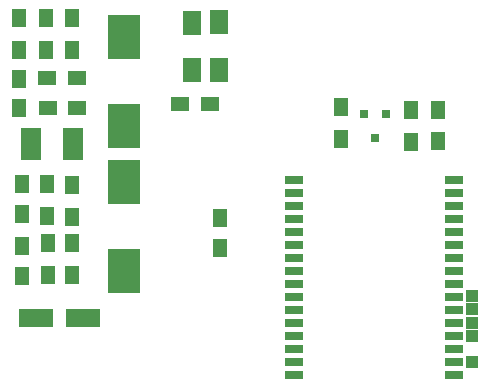
<source format=gtp>
%TF.GenerationSoftware,KiCad,Pcbnew,5.99.0-unknown-c3175b4~86~ubuntu16.04.1*%
%TF.CreationDate,2019-10-16T11:56:15+02:00*%
%TF.ProjectId,atmegax8_with_bluetooth,61746d65-6761-4783-985f-776974685f62,rev?*%
%TF.SameCoordinates,Original*%
%TF.FileFunction,Paste,Top*%
%TF.FilePolarity,Positive*%
%FSLAX46Y46*%
G04 Gerber Fmt 4.6, Leading zero omitted, Abs format (unit mm)*
G04 Created by KiCad (PCBNEW 5.99.0-unknown-c3175b4~86~ubuntu16.04.1) date 2019-10-16 11:56:15*
%MOMM*%
%LPD*%
G04 APERTURE LIST*
%ADD10R,2.700000X3.750000*%
%ADD11R,1.778000X2.794000*%
%ADD12R,1.000000X1.000000*%
%ADD13R,1.500000X0.800000*%
%ADD14R,2.999740X1.501140*%
%ADD15R,1.300000X1.500000*%
%ADD16R,1.600000X2.000000*%
%ADD17R,0.800100X0.800100*%
%ADD18R,1.500000X1.250000*%
%ADD19R,1.250000X1.500000*%
G04 APERTURE END LIST*
D10*
%TO.C,C11*%
X80518000Y-155292500D03*
X80518000Y-162842500D03*
%TD*%
%TO.C,C10*%
X80518000Y-142973500D03*
X80518000Y-150523500D03*
%TD*%
D11*
%TO.C,L1*%
X76200000Y-152019000D03*
X72644000Y-152019000D03*
%TD*%
D12*
%TO.C,J5*%
X109918500Y-164909500D03*
%TD*%
%TO.C,J4*%
X109918500Y-166052500D03*
%TD*%
%TO.C,J3*%
X109918500Y-167195500D03*
%TD*%
%TO.C,J2*%
X109918500Y-168338500D03*
%TD*%
%TO.C,J1*%
X109918500Y-170497500D03*
%TD*%
D13*
%TO.C,U2*%
X94922440Y-163911200D03*
X94922440Y-158411200D03*
X94922440Y-160611200D03*
X94922440Y-169411200D03*
X94922440Y-167211200D03*
X94922440Y-162811200D03*
X94922440Y-159511200D03*
X94922440Y-170511200D03*
X94922440Y-156211200D03*
X94922440Y-168311200D03*
X94922440Y-157311200D03*
X94922440Y-166111200D03*
X94922440Y-155111200D03*
X94922440Y-161711200D03*
X94922440Y-171611200D03*
X94922440Y-165011200D03*
X108422440Y-168311200D03*
X108422440Y-171611200D03*
X108422440Y-170511200D03*
X108422440Y-169411200D03*
X108422440Y-165011200D03*
X108422440Y-167211200D03*
X108422440Y-162811200D03*
X108422440Y-166111200D03*
X108422440Y-161711200D03*
X108422440Y-163911200D03*
X108422440Y-160611200D03*
X108422440Y-159511200D03*
X108422440Y-158411200D03*
X108422440Y-157311200D03*
X108422440Y-156211200D03*
X108422440Y-155111200D03*
%TD*%
D14*
%TO.C,C13*%
X77055980Y-166814500D03*
X73058020Y-166814500D03*
%TD*%
D15*
%TO.C,R16*%
X76098400Y-158197540D03*
X76098400Y-155497540D03*
%TD*%
%TO.C,R17*%
X76100940Y-163154360D03*
X76100940Y-160454360D03*
%TD*%
D16*
%TO.C,C23*%
X86233000Y-145795500D03*
X86233000Y-141795500D03*
%TD*%
%TO.C,C27*%
X88519000Y-145763500D03*
X88519000Y-141763500D03*
%TD*%
D17*
%TO.C,U5*%
X101747320Y-151503380D03*
X100797320Y-149504400D03*
X102697320Y-149504400D03*
%TD*%
D18*
%TO.C,C28*%
X87737000Y-148653500D03*
X85237000Y-148653500D03*
%TD*%
D15*
%TO.C,R14*%
X104792780Y-149180560D03*
X104792780Y-151880560D03*
%TD*%
%TO.C,R1*%
X107088940Y-149139920D03*
X107088940Y-151839920D03*
%TD*%
%TO.C,R4*%
X98887280Y-151613860D03*
X98887280Y-148913860D03*
%TD*%
D18*
%TO.C,C12*%
X76517820Y-148963400D03*
X74017820Y-148963400D03*
%TD*%
D15*
%TO.C,R10*%
X71628000Y-144068800D03*
X71628000Y-141368800D03*
%TD*%
%TO.C,R11*%
X76080620Y-144080220D03*
X76080620Y-141380220D03*
%TD*%
%TO.C,R12*%
X73914000Y-144072600D03*
X73914000Y-141372600D03*
%TD*%
D19*
%TO.C,C17*%
X71882000Y-155476900D03*
X71882000Y-157976900D03*
%TD*%
%TO.C,C18*%
X71892160Y-163201680D03*
X71892160Y-160701680D03*
%TD*%
D15*
%TO.C,R22*%
X73977500Y-158178500D03*
X73977500Y-155478500D03*
%TD*%
%TO.C,R24*%
X74013060Y-160467060D03*
X74013060Y-163167060D03*
%TD*%
D18*
%TO.C,C7*%
X76502580Y-146428460D03*
X74002580Y-146428460D03*
%TD*%
D19*
%TO.C,C8*%
X71617840Y-146537360D03*
X71617840Y-149037360D03*
%TD*%
%TO.C,C26*%
X88600000Y-160850000D03*
X88600000Y-158350000D03*
%TD*%
M02*

</source>
